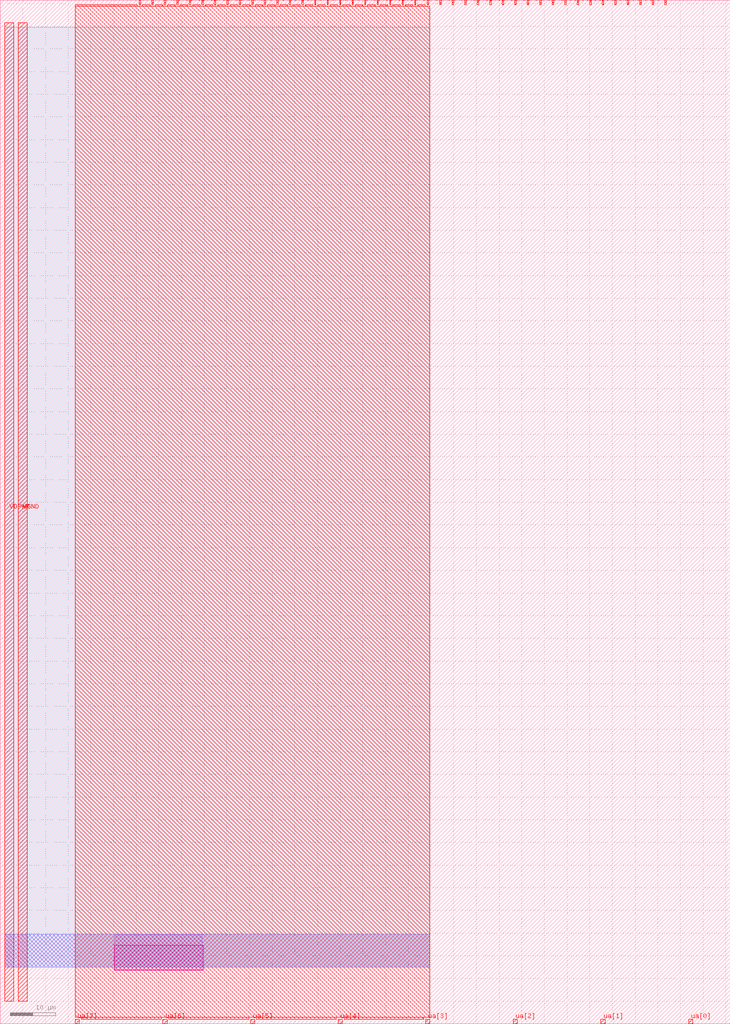
<source format=lef>
VERSION 5.7 ;
  NOWIREEXTENSIONATPIN ON ;
  DIVIDERCHAR "/" ;
  BUSBITCHARS "[]" ;
MACRO tt_um_mickey_vcoB
  CLASS BLOCK ;
  FOREIGN tt_um_mickey_vcoB ;
  ORIGIN 0.000 0.000 ;
  SIZE 161.000 BY 225.760 ;
  PIN clk
    DIRECTION INPUT ;
    USE SIGNAL ;
    PORT
      LAYER met4 ;
        RECT 143.830 224.760 144.130 225.760 ;
    END
  END clk
  PIN ena
    DIRECTION INPUT ;
    USE SIGNAL ;
    PORT
      LAYER met4 ;
        RECT 146.590 224.760 146.890 225.760 ;
    END
  END ena
  PIN rst_n
    DIRECTION INPUT ;
    USE SIGNAL ;
    PORT
      LAYER met4 ;
        RECT 141.070 224.760 141.370 225.760 ;
    END
  END rst_n
  PIN ua[0]
    DIRECTION INOUT ;
    USE SIGNAL ;
    PORT
      LAYER met4 ;
        RECT 151.810 0.000 152.710 1.000 ;
    END
  END ua[0]
  PIN ua[1]
    DIRECTION INOUT ;
    USE SIGNAL ;
    PORT
      LAYER met4 ;
        RECT 132.490 0.000 133.390 1.000 ;
    END
  END ua[1]
  PIN ua[2]
    DIRECTION INOUT ;
    USE SIGNAL ;
    PORT
      LAYER met4 ;
        RECT 113.170 0.000 114.070 1.000 ;
    END
  END ua[2]
  PIN ua[3]
    DIRECTION INOUT ;
    USE SIGNAL ;
    ANTENNADIFFAREA 0.429000 ;
    PORT
      LAYER met4 ;
        RECT 93.850 0.000 94.750 1.000 ;
    END
  END ua[3]
  PIN ua[4]
    DIRECTION INOUT ;
    USE SIGNAL ;
    ANTENNAGATEAREA 0.450000 ;
    PORT
      LAYER met4 ;
        RECT 74.530 0.000 75.430 1.000 ;
    END
  END ua[4]
  PIN ua[5]
    DIRECTION INOUT ;
    USE SIGNAL ;
    ANTENNAGATEAREA 0.300000 ;
    PORT
      LAYER met4 ;
        RECT 55.210 0.000 56.110 1.000 ;
    END
  END ua[5]
  PIN ua[6]
    DIRECTION INOUT ;
    USE SIGNAL ;
    PORT
      LAYER met4 ;
        RECT 35.890 0.000 36.790 1.000 ;
    END
  END ua[6]
  PIN ua[7]
    DIRECTION INOUT ;
    USE SIGNAL ;
    PORT
      LAYER met4 ;
        RECT 16.570 0.000 17.470 1.000 ;
    END
  END ua[7]
  PIN ui_in[0]
    DIRECTION INPUT ;
    USE SIGNAL ;
    PORT
      LAYER met4 ;
        RECT 138.310 224.760 138.610 225.760 ;
    END
  END ui_in[0]
  PIN ui_in[1]
    DIRECTION INPUT ;
    USE SIGNAL ;
    PORT
      LAYER met4 ;
        RECT 135.550 224.760 135.850 225.760 ;
    END
  END ui_in[1]
  PIN ui_in[2]
    DIRECTION INPUT ;
    USE SIGNAL ;
    PORT
      LAYER met4 ;
        RECT 132.790 224.760 133.090 225.760 ;
    END
  END ui_in[2]
  PIN ui_in[3]
    DIRECTION INPUT ;
    USE SIGNAL ;
    PORT
      LAYER met4 ;
        RECT 130.030 224.760 130.330 225.760 ;
    END
  END ui_in[3]
  PIN ui_in[4]
    DIRECTION INPUT ;
    USE SIGNAL ;
    PORT
      LAYER met4 ;
        RECT 127.270 224.760 127.570 225.760 ;
    END
  END ui_in[4]
  PIN ui_in[5]
    DIRECTION INPUT ;
    USE SIGNAL ;
    PORT
      LAYER met4 ;
        RECT 124.510 224.760 124.810 225.760 ;
    END
  END ui_in[5]
  PIN ui_in[6]
    DIRECTION INPUT ;
    USE SIGNAL ;
    PORT
      LAYER met4 ;
        RECT 121.750 224.760 122.050 225.760 ;
    END
  END ui_in[6]
  PIN ui_in[7]
    DIRECTION INPUT ;
    USE SIGNAL ;
    PORT
      LAYER met4 ;
        RECT 118.990 224.760 119.290 225.760 ;
    END
  END ui_in[7]
  PIN uio_in[0]
    DIRECTION INPUT ;
    USE SIGNAL ;
    PORT
      LAYER met4 ;
        RECT 116.230 224.760 116.530 225.760 ;
    END
  END uio_in[0]
  PIN uio_in[1]
    DIRECTION INPUT ;
    USE SIGNAL ;
    PORT
      LAYER met4 ;
        RECT 113.470 224.760 113.770 225.760 ;
    END
  END uio_in[1]
  PIN uio_in[2]
    DIRECTION INPUT ;
    USE SIGNAL ;
    PORT
      LAYER met4 ;
        RECT 110.710 224.760 111.010 225.760 ;
    END
  END uio_in[2]
  PIN uio_in[3]
    DIRECTION INPUT ;
    USE SIGNAL ;
    PORT
      LAYER met4 ;
        RECT 107.950 224.760 108.250 225.760 ;
    END
  END uio_in[3]
  PIN uio_in[4]
    DIRECTION INPUT ;
    USE SIGNAL ;
    PORT
      LAYER met4 ;
        RECT 105.190 224.760 105.490 225.760 ;
    END
  END uio_in[4]
  PIN uio_in[5]
    DIRECTION INPUT ;
    USE SIGNAL ;
    PORT
      LAYER met4 ;
        RECT 102.430 224.760 102.730 225.760 ;
    END
  END uio_in[5]
  PIN uio_in[6]
    DIRECTION INPUT ;
    USE SIGNAL ;
    PORT
      LAYER met4 ;
        RECT 99.670 224.760 99.970 225.760 ;
    END
  END uio_in[6]
  PIN uio_in[7]
    DIRECTION INPUT ;
    USE SIGNAL ;
    PORT
      LAYER met4 ;
        RECT 96.910 224.760 97.210 225.760 ;
    END
  END uio_in[7]
  PIN uio_oe[0]
    DIRECTION OUTPUT ;
    USE SIGNAL ;
    ANTENNADIFFAREA 1.217500 ;
    PORT
      LAYER met4 ;
        RECT 49.990 224.760 50.290 225.760 ;
    END
  END uio_oe[0]
  PIN uio_oe[1]
    DIRECTION OUTPUT ;
    USE SIGNAL ;
    ANTENNADIFFAREA 1.217500 ;
    PORT
      LAYER met4 ;
        RECT 47.230 224.760 47.530 225.760 ;
    END
  END uio_oe[1]
  PIN uio_oe[2]
    DIRECTION OUTPUT ;
    USE SIGNAL ;
    ANTENNADIFFAREA 1.217500 ;
    PORT
      LAYER met4 ;
        RECT 44.470 224.760 44.770 225.760 ;
    END
  END uio_oe[2]
  PIN uio_oe[3]
    DIRECTION OUTPUT ;
    USE SIGNAL ;
    ANTENNADIFFAREA 1.217500 ;
    PORT
      LAYER met4 ;
        RECT 41.710 224.760 42.010 225.760 ;
    END
  END uio_oe[3]
  PIN uio_oe[4]
    DIRECTION OUTPUT ;
    USE SIGNAL ;
    ANTENNADIFFAREA 1.217500 ;
    PORT
      LAYER met4 ;
        RECT 38.950 224.760 39.250 225.760 ;
    END
  END uio_oe[4]
  PIN uio_oe[5]
    DIRECTION OUTPUT ;
    USE SIGNAL ;
    ANTENNADIFFAREA 1.217500 ;
    PORT
      LAYER met4 ;
        RECT 36.190 224.760 36.490 225.760 ;
    END
  END uio_oe[5]
  PIN uio_oe[6]
    DIRECTION OUTPUT ;
    USE SIGNAL ;
    ANTENNADIFFAREA 1.217500 ;
    PORT
      LAYER met4 ;
        RECT 33.430 224.760 33.730 225.760 ;
    END
  END uio_oe[6]
  PIN uio_oe[7]
    DIRECTION OUTPUT ;
    USE SIGNAL ;
    ANTENNADIFFAREA 1.217500 ;
    PORT
      LAYER met4 ;
        RECT 30.670 224.760 30.970 225.760 ;
    END
  END uio_oe[7]
  PIN uio_out[0]
    DIRECTION OUTPUT ;
    USE SIGNAL ;
    ANTENNADIFFAREA 2.307000 ;
    PORT
      LAYER met4 ;
        RECT 72.070 224.760 72.370 225.760 ;
    END
  END uio_out[0]
  PIN uio_out[1]
    DIRECTION OUTPUT ;
    USE SIGNAL ;
    ANTENNADIFFAREA 2.307000 ;
    PORT
      LAYER met4 ;
        RECT 69.310 224.760 69.610 225.760 ;
    END
  END uio_out[1]
  PIN uio_out[2]
    DIRECTION OUTPUT ;
    USE SIGNAL ;
    ANTENNADIFFAREA 2.307000 ;
    PORT
      LAYER met4 ;
        RECT 66.550 224.760 66.850 225.760 ;
    END
  END uio_out[2]
  PIN uio_out[3]
    DIRECTION OUTPUT ;
    USE SIGNAL ;
    ANTENNADIFFAREA 2.307000 ;
    PORT
      LAYER met4 ;
        RECT 63.790 224.760 64.090 225.760 ;
    END
  END uio_out[3]
  PIN uio_out[4]
    DIRECTION OUTPUT ;
    USE SIGNAL ;
    ANTENNADIFFAREA 2.307000 ;
    PORT
      LAYER met4 ;
        RECT 61.030 224.760 61.330 225.760 ;
    END
  END uio_out[4]
  PIN uio_out[5]
    DIRECTION OUTPUT ;
    USE SIGNAL ;
    ANTENNADIFFAREA 2.307000 ;
    PORT
      LAYER met4 ;
        RECT 58.270 224.760 58.570 225.760 ;
    END
  END uio_out[5]
  PIN uio_out[6]
    DIRECTION OUTPUT ;
    USE SIGNAL ;
    ANTENNADIFFAREA 2.307000 ;
    PORT
      LAYER met4 ;
        RECT 55.510 224.760 55.810 225.760 ;
    END
  END uio_out[6]
  PIN uio_out[7]
    DIRECTION OUTPUT ;
    USE SIGNAL ;
    ANTENNADIFFAREA 2.307000 ;
    PORT
      LAYER met4 ;
        RECT 52.750 224.760 53.050 225.760 ;
    END
  END uio_out[7]
  PIN uo_out[0]
    DIRECTION OUTPUT ;
    USE SIGNAL ;
    ANTENNADIFFAREA 2.307000 ;
    PORT
      LAYER met4 ;
        RECT 94.150 224.760 94.450 225.760 ;
    END
  END uo_out[0]
  PIN uo_out[1]
    DIRECTION OUTPUT ;
    USE SIGNAL ;
    ANTENNADIFFAREA 2.307000 ;
    PORT
      LAYER met4 ;
        RECT 91.390 224.760 91.690 225.760 ;
    END
  END uo_out[1]
  PIN uo_out[2]
    DIRECTION OUTPUT ;
    USE SIGNAL ;
    ANTENNADIFFAREA 2.307000 ;
    PORT
      LAYER met4 ;
        RECT 88.630 224.760 88.930 225.760 ;
    END
  END uo_out[2]
  PIN uo_out[3]
    DIRECTION OUTPUT ;
    USE SIGNAL ;
    ANTENNADIFFAREA 2.307000 ;
    PORT
      LAYER met4 ;
        RECT 85.870 224.760 86.170 225.760 ;
    END
  END uo_out[3]
  PIN uo_out[4]
    DIRECTION OUTPUT ;
    USE SIGNAL ;
    ANTENNADIFFAREA 2.307000 ;
    PORT
      LAYER met4 ;
        RECT 83.110 224.760 83.410 225.760 ;
    END
  END uo_out[4]
  PIN uo_out[5]
    DIRECTION OUTPUT ;
    USE SIGNAL ;
    ANTENNADIFFAREA 2.307000 ;
    PORT
      LAYER met4 ;
        RECT 80.350 224.760 80.650 225.760 ;
    END
  END uo_out[5]
  PIN uo_out[6]
    DIRECTION OUTPUT ;
    USE SIGNAL ;
    ANTENNADIFFAREA 2.307000 ;
    PORT
      LAYER met4 ;
        RECT 77.590 224.760 77.890 225.760 ;
    END
  END uo_out[6]
  PIN uo_out[7]
    DIRECTION OUTPUT ;
    USE SIGNAL ;
    ANTENNADIFFAREA 0.429000 ;
    PORT
      LAYER met4 ;
        RECT 74.830 224.760 75.130 225.760 ;
    END
  END uo_out[7]
  PIN VDPWR
    DIRECTION INOUT ;
    USE POWER ;
    PORT
      LAYER met4 ;
        RECT 1.000 5.000 3.000 220.760 ;
    END
  END VDPWR
  PIN VGND
    DIRECTION INOUT ;
    USE GROUND ;
    PORT
      LAYER met4 ;
        RECT 4.000 5.000 6.000 220.760 ;
    END
  END VGND
  OBS
      LAYER nwell ;
        RECT 25.150 11.745 44.795 17.325 ;
      LAYER li1 ;
        RECT 25.210 11.910 44.605 19.665 ;
      LAYER met1 ;
        RECT 1.000 12.480 94.750 19.730 ;
      LAYER met2 ;
        RECT 1.000 12.480 94.750 19.725 ;
      LAYER met3 ;
        RECT 1.000 12.480 94.750 219.725 ;
      LAYER met4 ;
        RECT 16.570 224.360 30.270 224.760 ;
        RECT 31.370 224.360 33.030 224.760 ;
        RECT 34.130 224.360 35.790 224.760 ;
        RECT 36.890 224.360 38.550 224.760 ;
        RECT 39.650 224.360 41.310 224.760 ;
        RECT 42.410 224.360 44.070 224.760 ;
        RECT 45.170 224.360 46.830 224.760 ;
        RECT 47.930 224.360 49.590 224.760 ;
        RECT 50.690 224.360 52.350 224.760 ;
        RECT 53.450 224.360 55.110 224.760 ;
        RECT 56.210 224.360 57.870 224.760 ;
        RECT 58.970 224.360 60.630 224.760 ;
        RECT 61.730 224.360 63.390 224.760 ;
        RECT 64.490 224.360 66.150 224.760 ;
        RECT 67.250 224.360 68.910 224.760 ;
        RECT 70.010 224.360 71.670 224.760 ;
        RECT 72.770 224.360 74.430 224.760 ;
        RECT 75.530 224.360 77.190 224.760 ;
        RECT 78.290 224.360 79.950 224.760 ;
        RECT 81.050 224.360 82.710 224.760 ;
        RECT 83.810 224.360 85.470 224.760 ;
        RECT 86.570 224.360 88.230 224.760 ;
        RECT 89.330 224.360 90.990 224.760 ;
        RECT 92.090 224.360 93.750 224.760 ;
        RECT 16.570 1.400 94.750 224.360 ;
        RECT 17.870 1.000 35.490 1.400 ;
        RECT 37.190 1.000 54.810 1.400 ;
        RECT 56.510 1.000 74.130 1.400 ;
        RECT 75.830 1.000 93.450 1.400 ;
  END
END tt_um_mickey_vcoB
END LIBRARY


</source>
